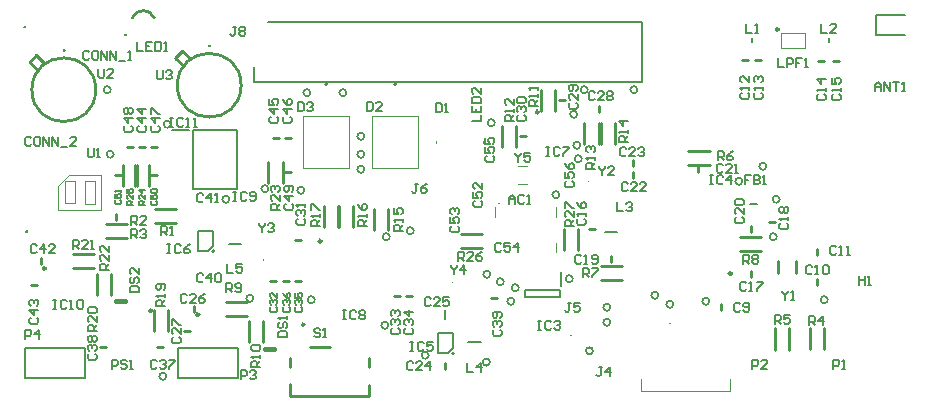
<source format=gto>
G04*
G04 #@! TF.GenerationSoftware,Altium Limited,Altium Designer,19.1.5 (86)*
G04*
G04 Layer_Color=65535*
%FSLAX44Y44*%
%MOMM*%
G71*
G01*
G75*
%ADD10C,0.1000*%
%ADD11C,0.2000*%
%ADD12C,0.2540*%
%ADD13C,0.2500*%
%ADD14C,0.1300*%
%ADD15C,0.1524*%
%ADD16C,0.4000*%
%ADD17C,0.1500*%
D10*
X387104Y229163D02*
G03*
X387104Y229163I-500J0D01*
G01*
X550680Y49470D02*
G03*
X549680Y49470I-500J0D01*
G01*
D02*
G03*
X550680Y49470I500J0D01*
G01*
X405990Y151060D02*
G03*
X404990Y151060I-500J0D01*
G01*
D02*
G03*
X405990Y151060I500J0D01*
G01*
X481760Y169560D02*
G03*
X480760Y169560I-500J0D01*
G01*
D02*
G03*
X481760Y169560I500J0D01*
G01*
X466590Y39370D02*
G03*
X465590Y39370I-500J0D01*
G01*
D02*
G03*
X466590Y39370I500J0D01*
G01*
X365610Y84430D02*
G03*
X365610Y85430I0J500D01*
G01*
D02*
G03*
X365610Y84430I0J-500D01*
G01*
X205663Y103997D02*
G03*
X205663Y102997I0J-500D01*
G01*
D02*
G03*
X205663Y103997I0J500D01*
G01*
X330940Y149090D02*
G03*
X330940Y148090I0J-500D01*
G01*
D02*
G03*
X330940Y149090I0J500D01*
G01*
X352110Y202395D02*
Y204101D01*
X392110Y202395D02*
Y204101D01*
X278580Y181200D02*
Y225200D01*
X239580Y181200D02*
X278580D01*
X239580D02*
Y225200D01*
X278580D01*
X298000D02*
X337000D01*
X298000Y181200D02*
Y225200D01*
Y181200D02*
X337000D01*
Y225200D01*
X643890Y283210D02*
Y295710D01*
Y283210D02*
X663890D01*
X643890Y295910D02*
X663890D01*
X664210Y283410D02*
Y295910D01*
X525680Y-7530D02*
Y2470D01*
Y-7530D02*
X600680D01*
Y2470D01*
X421450Y167760D02*
X429450D01*
X421450Y182760D02*
X429450D01*
X401990Y110060D02*
Y118060D01*
X453990Y110060D02*
Y118060D01*
Y140060D02*
Y148060D01*
X401990Y140060D02*
Y148060D01*
X68254Y146082D02*
X68254Y175082D01*
X68194Y175141D02*
X68254Y175082D01*
X41637Y175141D02*
X68194D01*
X32254Y165758D02*
X41637Y175141D01*
X32254Y146082D02*
Y165758D01*
Y146082D02*
X68254D01*
X63003Y170245D02*
X63003Y151253D01*
X62854Y170394D02*
X63003Y170245D01*
X54991Y170394D02*
X62854D01*
X54991Y151253D02*
Y170394D01*
Y151253D02*
X63003Y151253D01*
X38224Y151402D02*
X46237D01*
X38224D02*
X38224Y170542D01*
X46088Y170542D01*
X46237Y151402D02*
X46237Y170394D01*
D11*
X260080Y252200D02*
G03*
X258080Y252200I-1000J0D01*
G01*
D02*
G03*
X260080Y252200I1000J0D01*
G01*
X316500D02*
G03*
X318500Y252200I1000J0D01*
G01*
D02*
G03*
X316500Y252200I-1000J0D01*
G01*
X367490Y24480D02*
G03*
X367490Y24480I-1000J0D01*
G01*
X164480Y110840D02*
G03*
X164480Y110840I-1000J0D01*
G01*
X146651Y213410D02*
X183651D01*
Y163410D02*
Y213410D01*
X146651Y163410D02*
X183651D01*
X146651D02*
Y213410D01*
X128401Y213660D02*
X143151D01*
X684530Y288060D02*
Y291060D01*
X724660Y310510D02*
X748910D01*
X724660Y294010D02*
Y310510D01*
Y294010D02*
X748910D01*
X618030Y151130D02*
X624030D01*
X495130Y127000D02*
X505630D01*
X457960Y81430D02*
Y93430D01*
X427340Y77930D02*
X456580D01*
X427340Y71930D02*
Y77930D01*
Y71930D02*
X456580D01*
Y77930D01*
X353410Y24480D02*
X361950D01*
X353410D02*
Y41560D01*
X366490D01*
Y29020D02*
Y41560D01*
X361950Y24480D02*
X366490Y29020D01*
X379370Y34290D02*
X389870D01*
X176360Y116840D02*
X186860D01*
X133350Y3810D02*
Y29210D01*
X184150D01*
Y3810D02*
Y29210D01*
X133350Y3810D02*
X184150D01*
X150400Y110840D02*
X158940D01*
X150400D02*
Y127920D01*
X163480D01*
Y115380D02*
Y127920D01*
X158940Y110840D02*
X163480Y115380D01*
X197800Y254100D02*
Y266700D01*
Y254100D02*
X526100D01*
Y304670D01*
X209550D02*
X526100D01*
X619760Y288060D02*
Y291060D01*
X54610Y3810D02*
Y29210D01*
X3810Y3810D02*
X54610D01*
X3810D02*
Y29210D01*
X54610D01*
D12*
X37104Y280850D02*
G03*
X37104Y280850I-325J0D01*
G01*
X63830Y247650D02*
G03*
X63830Y247650I-27000J0D01*
G01*
X240443Y48667D02*
G03*
X240443Y48667I-1033J0D01*
G01*
X160294Y284660D02*
G03*
X160294Y284660I-325J0D01*
G01*
X187020Y251460D02*
G03*
X187020Y251460I-27000J0D01*
G01*
X88960Y293970D02*
G03*
X88960Y293970I-120J0D01*
G01*
X113368Y308576D02*
G03*
X94906Y308560I-9227J-3841D01*
G01*
X3830Y300870D02*
G03*
X3830Y300870I-500J0D01*
G01*
X5700Y127790D02*
G03*
X5700Y127790I-500J0D01*
G01*
X13690Y276990D02*
X20370Y270310D01*
X7820Y271120D02*
X13690Y276990D01*
X7820Y271120D02*
X15170Y263770D01*
X622300Y273048D02*
X627380D01*
X610870Y273052D02*
X615950D01*
X675640Y271778D02*
X680720D01*
X688340D02*
X693420D01*
X593092Y60960D02*
Y66040D01*
X651279Y27708D02*
Y45708D01*
X639279Y27708D02*
Y45708D01*
X680370Y27830D02*
Y45830D01*
X668370Y27830D02*
Y45830D01*
X618488Y127000D02*
Y132080D01*
X609490Y110840D02*
X627490D01*
X609490Y122840D02*
X627490D01*
X633730Y135892D02*
X638810D01*
X618488Y88900D02*
Y93980D01*
X674368Y82550D02*
Y87630D01*
X641470Y92790D02*
Y102790D01*
X656470Y92790D02*
Y102790D01*
X674368Y107950D02*
Y113030D01*
X574038Y177800D02*
Y182880D01*
X565675Y183865D02*
X583675D01*
X565675Y195865D02*
X583675D01*
X518714Y172720D02*
Y177800D01*
Y182880D02*
Y187960D01*
X503631Y201818D02*
Y219818D01*
X491631Y201818D02*
Y219818D01*
X490218Y228600D02*
Y233680D01*
X477661Y201818D02*
Y219818D01*
X489661Y201818D02*
Y219818D01*
X455930Y238760D02*
X461010D01*
X453040Y229762D02*
Y247762D01*
X441040Y229762D02*
Y247762D01*
X422910Y208282D02*
X427990D01*
X408020Y199280D02*
Y217280D01*
X420020Y199280D02*
Y217280D01*
X373270Y113380D02*
X391270D01*
X373270Y125380D02*
X391270D01*
X481330Y129542D02*
X486410D01*
X472090Y111650D02*
Y129650D01*
X460090Y111650D02*
Y129650D01*
X500382Y101600D02*
Y106680D01*
X491380Y86710D02*
X509380D01*
X491380Y98710D02*
X509380D01*
X398780Y71122D02*
X403860D01*
X359412Y11430D02*
Y16510D01*
X326267Y73274D02*
X331347D01*
X316107Y73277D02*
X321187D01*
X299373Y128857D02*
Y146857D01*
X311373Y128857D02*
Y146857D01*
X269848Y131397D02*
Y149397D01*
X281848Y131397D02*
Y149397D01*
X269148Y131397D02*
Y149397D01*
X257148Y131397D02*
Y149397D01*
X232410Y120652D02*
X237490D01*
X232983Y85785D02*
X238063D01*
X222823D02*
X227903D01*
X211393Y85788D02*
X216473D01*
X295120Y12510D02*
Y20510D01*
X228120Y12510D02*
Y20510D01*
X245620Y29510D02*
X262620D01*
X228120Y-11490D02*
Y-1837D01*
X295120Y-11490D02*
Y-2133D01*
X228120Y-11490D02*
X295120D01*
X193390Y34180D02*
Y52180D01*
X205390Y34180D02*
Y52180D01*
X147322Y59690D02*
Y64770D01*
X138430Y43178D02*
X143510D01*
X113380Y43070D02*
Y61070D01*
X125380Y43070D02*
Y61070D01*
X115980Y29738D02*
X121060D01*
X67720D02*
X72800D01*
X65120Y73550D02*
Y91550D01*
X77120Y73550D02*
Y91550D01*
X44340Y96870D02*
X62340D01*
X44340Y108870D02*
X62340D01*
X8890Y82548D02*
X13970D01*
X17782Y100330D02*
Y105410D01*
X110711Y175262D02*
X115791D01*
X97091Y166260D02*
Y184260D01*
X109091Y166260D02*
Y184260D01*
X98931Y166260D02*
Y184260D01*
X86931Y166260D02*
Y184260D01*
X80231Y175258D02*
X85311D01*
X114190Y146970D02*
X132190D01*
X114190Y134970D02*
X132190D01*
X72280Y134270D02*
X90280D01*
X72280Y122270D02*
X90280D01*
X81282Y137160D02*
Y142240D01*
X110711Y199388D02*
X115791D01*
X100551D02*
X105631D01*
X90391Y199392D02*
X95471D01*
X223741Y177798D02*
X228821D01*
X210121Y168800D02*
Y186800D01*
X222121Y168800D02*
Y186800D01*
X223741Y207008D02*
X228821D01*
X213581Y207012D02*
X218661D01*
X136880Y280800D02*
X143560Y274120D01*
X131010Y274930D02*
X136880Y280800D01*
X131010Y274930D02*
X138360Y267580D01*
X173880Y56230D02*
X191880D01*
X173880Y68230D02*
X191880D01*
D13*
X642300Y298810D02*
G03*
X642300Y298810I-1250J0D01*
G01*
X602400Y91960D02*
G03*
X602400Y91960I-1250J0D01*
G01*
X439030Y228750D02*
G03*
X439030Y228750I-1250J0D01*
G01*
X255131Y119500D02*
G03*
X255131Y119500I-1250J0D01*
G01*
X151400Y57300D02*
G03*
X151400Y57300I-1250J0D01*
G01*
X111730Y60660D02*
G03*
X111730Y60660I-1250J0D01*
G01*
X21620Y96550D02*
G03*
X21620Y96550I-1250J0D01*
G01*
D14*
X76660Y247650D02*
G03*
X76660Y247650I-3000J0D01*
G01*
X123650Y5080D02*
G03*
X123650Y5080I-3000J0D01*
G01*
X210010Y163830D02*
G03*
X210010Y163830I-3000J0D01*
G01*
X249380Y69850D02*
G03*
X249380Y69850I-3000J0D01*
G01*
X291290Y208280D02*
G03*
X291290Y208280I-3000J0D01*
G01*
X397970Y91440D02*
G03*
X397970Y91440I-3000J0D01*
G01*
X276050Y245110D02*
G03*
X276050Y245110I-3000J0D01*
G01*
X345900Y22860D02*
G03*
X345900Y22860I-3000J0D01*
G01*
X79200Y193040D02*
G03*
X79200Y193040I-3000J0D01*
G01*
X127460Y218440D02*
G03*
X127460Y218440I-3000J0D01*
G01*
X475440Y189230D02*
G03*
X475440Y189230I-3000J0D01*
G01*
X456390Y158750D02*
G03*
X456390Y158750I-3000J0D01*
G01*
X197310Y71120D02*
G03*
X197310Y71120I-3000J0D01*
G01*
X176990Y154940D02*
G03*
X176990Y154940I-3000J0D01*
G01*
X311610Y48260D02*
G03*
X311610Y48260I-3000J0D01*
G01*
X240490Y162560D02*
G03*
X240490Y162560I-3000J0D01*
G01*
X397620Y17040D02*
G03*
X397620Y17040I-3000J0D01*
G01*
X312880Y123190D02*
G03*
X312880Y123190I-3000J0D01*
G01*
X333200Y128270D02*
G03*
X333200Y128270I-3000J0D01*
G01*
X291290Y193040D02*
G03*
X291290Y193040I-3000J0D01*
G01*
Y180340D02*
G03*
X291290Y180340I-3000J0D01*
G01*
X471579Y226845D02*
G03*
X471579Y226845I-3000J0D01*
G01*
X401780Y219710D02*
G03*
X401780Y219710I-3000J0D01*
G01*
X611330Y170180D02*
G03*
X611330Y170180I-3000J0D01*
G01*
X474170Y200660D02*
G03*
X474170Y200660I-3000J0D01*
G01*
X480520Y247650D02*
G03*
X480520Y247650I-3000J0D01*
G01*
X499570Y63500D02*
G03*
X499570Y63500I-3000J0D01*
G01*
Y50800D02*
G03*
X499570Y50800I-3000J0D01*
G01*
X631650Y182880D02*
G03*
X631650Y182880I-3000J0D01*
G01*
X409400Y85090D02*
G03*
X409400Y85090I-3000J0D01*
G01*
X522430Y247650D02*
G03*
X522430Y247650I-3000J0D01*
G01*
X245570Y245110D02*
G03*
X245570Y245110I-3000J0D01*
G01*
X540210Y73660D02*
G03*
X540210Y73660I-3000J0D01*
G01*
X552910Y66040D02*
G03*
X552910Y66040I-3000J0D01*
G01*
X583390Y68580D02*
G03*
X583390Y68580I-3000J0D01*
G01*
X683720Y69850D02*
G03*
X683720Y69850I-3000J0D01*
G01*
X640540Y123190D02*
G03*
X640540Y123190I-3000J0D01*
G01*
X643080Y154940D02*
G03*
X643080Y154940I-3000J0D01*
G01*
X484930Y26670D02*
G03*
X484930Y26670I-3000J0D01*
G01*
X467820Y87630D02*
G03*
X467820Y87630I-3000J0D01*
G01*
X422100Y80010D02*
G03*
X422100Y80010I-3000J0D01*
G01*
X418290Y68580D02*
G03*
X418290Y68580I-3000J0D01*
G01*
D15*
X359219Y53150D02*
Y61149D01*
X119380Y124460D02*
Y132078D01*
X123189D01*
X124458Y130808D01*
Y128269D01*
X123189Y126999D01*
X119380D01*
X121919D02*
X124458Y124460D01*
X126997D02*
X129537D01*
X128267D01*
Y132078D01*
X126997Y130808D01*
X382272Y221447D02*
X389890D01*
Y226526D01*
X382272Y234143D02*
Y229065D01*
X389890D01*
Y234143D01*
X386081Y229065D02*
Y231604D01*
X382272Y236682D02*
X389890D01*
Y240491D01*
X388620Y241761D01*
X383542D01*
X382272Y240491D01*
Y236682D01*
X389890Y249378D02*
Y244300D01*
X384812Y249378D01*
X383542D01*
X382272Y248109D01*
Y245570D01*
X383542Y244300D01*
X99060Y288288D02*
Y280670D01*
X104138D01*
X111756Y288288D02*
X106678D01*
Y280670D01*
X111756D01*
X106678Y284479D02*
X109217D01*
X114295Y288288D02*
Y280670D01*
X118104D01*
X119373Y281940D01*
Y287018D01*
X118104Y288288D01*
X114295D01*
X121913Y280670D02*
X124452D01*
X123182D01*
Y288288D01*
X121913Y287018D01*
X182746Y301119D02*
X180207D01*
X181477D01*
Y294772D01*
X180207Y293502D01*
X178938D01*
X177668Y294772D01*
X185286Y299850D02*
X186555Y301119D01*
X189094D01*
X190364Y299850D01*
Y298580D01*
X189094Y297311D01*
X190364Y296041D01*
Y294772D01*
X189094Y293502D01*
X186555D01*
X185286Y294772D01*
Y296041D01*
X186555Y297311D01*
X185286Y298580D01*
Y299850D01*
X186555Y297311D02*
X189094D01*
X378460Y16508D02*
Y8890D01*
X383538D01*
X389886D02*
Y16508D01*
X386077Y12699D01*
X391156D01*
X175260Y100328D02*
Y92710D01*
X180338D01*
X187956Y100328D02*
X182878D01*
Y96519D01*
X185417Y97788D01*
X186686D01*
X187956Y96519D01*
Y93980D01*
X186686Y92710D01*
X184147D01*
X182878Y93980D01*
X154938Y158748D02*
X153669Y160018D01*
X151130D01*
X149860Y158748D01*
Y153670D01*
X151130Y152400D01*
X153669D01*
X154938Y153670D01*
X161286Y152400D02*
Y160018D01*
X157478Y156209D01*
X162556D01*
X165095Y152400D02*
X167634D01*
X166365D01*
Y160018D01*
X165095Y158748D01*
X155133Y90850D02*
X153864Y92120D01*
X151325D01*
X150055Y90850D01*
Y85772D01*
X151325Y84502D01*
X153864D01*
X155133Y85772D01*
X161481Y84502D02*
Y92120D01*
X157673Y88311D01*
X162751D01*
X165290Y90850D02*
X166560Y92120D01*
X169099D01*
X170369Y90850D01*
Y85772D01*
X169099Y84502D01*
X166560D01*
X165290Y85772D01*
Y90850D01*
X77470Y11430D02*
Y19047D01*
X81279D01*
X82548Y17778D01*
Y15239D01*
X81279Y13969D01*
X77470D01*
X90166Y17778D02*
X88896Y19047D01*
X86357D01*
X85087Y17778D01*
Y16508D01*
X86357Y15239D01*
X88896D01*
X90166Y13969D01*
Y12700D01*
X88896Y11430D01*
X86357D01*
X85087Y12700D01*
X92705Y11430D02*
X95244D01*
X93975D01*
Y19047D01*
X92705Y17778D01*
X27940Y69847D02*
X30479D01*
X29210D01*
Y62230D01*
X27940D01*
X30479D01*
X39366Y68578D02*
X38097Y69847D01*
X35557D01*
X34288Y68578D01*
Y63500D01*
X35557Y62230D01*
X38097D01*
X39366Y63500D01*
X41905Y62230D02*
X44445D01*
X43175D01*
Y69847D01*
X41905Y68578D01*
X48253D02*
X49523Y69847D01*
X52062D01*
X53332Y68578D01*
Y63500D01*
X52062Y62230D01*
X49523D01*
X48253Y63500D01*
Y68578D01*
X180340Y161287D02*
X182879D01*
X181610D01*
Y153670D01*
X180340D01*
X182879D01*
X191766Y160018D02*
X190497Y161287D01*
X187957D01*
X186688Y160018D01*
Y154940D01*
X187957Y153670D01*
X190497D01*
X191766Y154940D01*
X194305D02*
X195575Y153670D01*
X198114D01*
X199384Y154940D01*
Y160018D01*
X198114Y161287D01*
X195575D01*
X194305Y160018D01*
Y158748D01*
X195575Y157479D01*
X199384D01*
X124460Y116838D02*
X126999D01*
X125730D01*
Y109220D01*
X124460D01*
X126999D01*
X135886Y115568D02*
X134617Y116838D01*
X132078D01*
X130808Y115568D01*
Y110490D01*
X132078Y109220D01*
X134617D01*
X135886Y110490D01*
X143504Y116838D02*
X140965Y115568D01*
X138426Y113029D01*
Y110490D01*
X139695Y109220D01*
X142234D01*
X143504Y110490D01*
Y111759D01*
X142234Y113029D01*
X138426D01*
X330200Y34288D02*
X332739D01*
X331470D01*
Y26670D01*
X330200D01*
X332739D01*
X341626Y33018D02*
X340357Y34288D01*
X337817D01*
X336548Y33018D01*
Y27940D01*
X337817Y26670D01*
X340357D01*
X341626Y27940D01*
X349244Y34288D02*
X344165D01*
Y30479D01*
X346705Y31748D01*
X347974D01*
X349244Y30479D01*
Y27940D01*
X347974Y26670D01*
X345435D01*
X344165Y27940D01*
X351790Y236217D02*
Y228600D01*
X355599D01*
X356868Y229870D01*
Y234948D01*
X355599Y236217D01*
X351790D01*
X359408Y228600D02*
X361947D01*
X360677D01*
Y236217D01*
X359408Y234948D01*
X419100Y194307D02*
Y193038D01*
X421639Y190499D01*
X424178Y193038D01*
Y194307D01*
X421639Y190499D02*
Y186690D01*
X431796Y194307D02*
X426717D01*
Y190499D01*
X429257Y191768D01*
X430526D01*
X431796Y190499D01*
Y187960D01*
X430526Y186690D01*
X427987D01*
X426717Y187960D01*
X414020Y151130D02*
Y156208D01*
X416559Y158748D01*
X419098Y156208D01*
Y151130D01*
Y154939D01*
X414020D01*
X426716Y157478D02*
X425446Y158748D01*
X422907D01*
X421637Y157478D01*
Y152400D01*
X422907Y151130D01*
X425446D01*
X426716Y152400D01*
X429255Y151130D02*
X431794D01*
X430525D01*
Y158748D01*
X429255Y157478D01*
X57150Y198118D02*
Y191770D01*
X58420Y190500D01*
X60959D01*
X62228Y191770D01*
Y198118D01*
X64767Y190500D02*
X67307D01*
X66037D01*
Y198118D01*
X64767Y196848D01*
X93980Y121920D02*
Y129537D01*
X97789D01*
X99058Y128268D01*
Y125729D01*
X97789Y124459D01*
X93980D01*
X96519D02*
X99058Y121920D01*
X101597Y128268D02*
X102867Y129537D01*
X105406D01*
X106676Y128268D01*
Y126998D01*
X105406Y125729D01*
X104137D01*
X105406D01*
X106676Y124459D01*
Y123190D01*
X105406Y121920D01*
X102867D01*
X101597Y123190D01*
X93980Y133350D02*
Y140968D01*
X97789D01*
X99058Y139698D01*
Y137159D01*
X97789Y135889D01*
X93980D01*
X96519D02*
X99058Y133350D01*
X106676D02*
X101597D01*
X106676Y138428D01*
Y139698D01*
X105406Y140968D01*
X102867D01*
X101597Y139698D01*
X445376Y199363D02*
X447915D01*
X446645D01*
Y191745D01*
X445376D01*
X447915D01*
X456802Y198093D02*
X455532Y199363D01*
X452993D01*
X451724Y198093D01*
Y193015D01*
X452993Y191745D01*
X455532D01*
X456802Y193015D01*
X459341Y199363D02*
X464419D01*
Y198093D01*
X459341Y193015D01*
Y191745D01*
X641350Y274317D02*
Y266700D01*
X646428D01*
X648968D02*
Y274317D01*
X652776D01*
X654046Y273048D01*
Y270509D01*
X652776Y269239D01*
X648968D01*
X661663Y274317D02*
X656585D01*
Y270509D01*
X659124D01*
X656585D01*
Y266700D01*
X664203D02*
X666742D01*
X665472D01*
Y274317D01*
X664203Y273048D01*
X201930Y134618D02*
Y133348D01*
X204469Y130809D01*
X207008Y133348D01*
Y134618D01*
X204469Y130809D02*
Y127000D01*
X209548Y133348D02*
X210817Y134618D01*
X213356D01*
X214626Y133348D01*
Y132078D01*
X213356Y130809D01*
X212087D01*
X213356D01*
X214626Y129539D01*
Y128270D01*
X213356Y127000D01*
X210817D01*
X209548Y128270D01*
X490220Y182878D02*
Y181608D01*
X492759Y179069D01*
X495298Y181608D01*
Y182878D01*
X492759Y179069D02*
Y175260D01*
X502916D02*
X497837D01*
X502916Y180338D01*
Y181608D01*
X501646Y182878D01*
X499107D01*
X497837Y181608D01*
X645160Y77467D02*
Y76198D01*
X647699Y73659D01*
X650238Y76198D01*
Y77467D01*
X647699Y73659D02*
Y69850D01*
X652777D02*
X655317D01*
X654047D01*
Y77467D01*
X652777Y76198D01*
X364490Y99058D02*
Y97788D01*
X367029Y95249D01*
X369568Y97788D01*
Y99058D01*
X367029Y95249D02*
Y91440D01*
X375916D02*
Y99058D01*
X372108Y95249D01*
X377186D01*
X66040Y265427D02*
Y259080D01*
X67310Y257810D01*
X69849D01*
X71118Y259080D01*
Y265427D01*
X78736Y257810D02*
X73657D01*
X78736Y262888D01*
Y264158D01*
X77466Y265427D01*
X74927D01*
X73657Y264158D01*
X115570Y264158D02*
Y257810D01*
X116840Y256540D01*
X119379D01*
X120648Y257810D01*
Y264158D01*
X123188Y262888D02*
X124457Y264158D01*
X126996D01*
X128266Y262888D01*
Y261618D01*
X126996Y260349D01*
X125727D01*
X126996D01*
X128266Y259079D01*
Y257810D01*
X126996Y256540D01*
X124457D01*
X123188Y257810D01*
X253998Y44448D02*
X252729Y45718D01*
X250190D01*
X248920Y44448D01*
Y43178D01*
X250190Y41909D01*
X252729D01*
X253998Y40639D01*
Y39370D01*
X252729Y38100D01*
X250190D01*
X248920Y39370D01*
X256537Y38100D02*
X259077D01*
X257807D01*
Y45718D01*
X256537Y44448D01*
X254000Y132080D02*
X246383D01*
Y135889D01*
X247652Y137158D01*
X250191D01*
X251461Y135889D01*
Y132080D01*
Y134619D02*
X254000Y137158D01*
Y139698D02*
Y142237D01*
Y140967D01*
X246383D01*
X247652Y139698D01*
X246383Y146046D02*
Y151124D01*
X247652D01*
X252730Y146046D01*
X254000D01*
X293370Y132080D02*
X285753D01*
Y135889D01*
X287022Y137158D01*
X289561D01*
X290831Y135889D01*
Y132080D01*
Y134619D02*
X293370Y137158D01*
Y139698D02*
Y142237D01*
Y140967D01*
X285753D01*
X287022Y139698D01*
X285753Y151124D02*
X287022Y148585D01*
X289561Y146046D01*
X292100D01*
X293370Y147315D01*
Y149854D01*
X292100Y151124D01*
X290831D01*
X289561Y149854D01*
Y146046D01*
X514350Y203200D02*
X506732D01*
Y207009D01*
X508002Y208278D01*
X510541D01*
X511811Y207009D01*
Y203200D01*
Y205739D02*
X514350Y208278D01*
Y210818D02*
Y213357D01*
Y212087D01*
X506732D01*
X508002Y210818D01*
X514350Y220974D02*
X506732D01*
X510541Y217166D01*
Y222244D01*
X323850Y128270D02*
X316232D01*
Y132079D01*
X317502Y133348D01*
X320041D01*
X321311Y132079D01*
Y128270D01*
Y130809D02*
X323850Y133348D01*
Y135887D02*
Y138427D01*
Y137157D01*
X316232D01*
X317502Y135887D01*
X316232Y147314D02*
Y142235D01*
X320041D01*
X318772Y144775D01*
Y146044D01*
X320041Y147314D01*
X322580D01*
X323850Y146044D01*
Y143505D01*
X322580Y142235D01*
X486932Y180862D02*
X479314D01*
Y184671D01*
X480584Y185940D01*
X483123D01*
X484393Y184671D01*
Y180862D01*
Y183401D02*
X486932Y185940D01*
Y188480D02*
Y191019D01*
Y189749D01*
X479314D01*
X480584Y188480D01*
Y194827D02*
X479314Y196097D01*
Y198636D01*
X480584Y199906D01*
X481854D01*
X483123Y198636D01*
Y197367D01*
Y198636D01*
X484393Y199906D01*
X485662D01*
X486932Y198636D01*
Y196097D01*
X485662Y194827D01*
X468630Y132080D02*
X461012D01*
Y135889D01*
X462282Y137158D01*
X464821D01*
X466091Y135889D01*
Y132080D01*
Y134619D02*
X468630Y137158D01*
Y144776D02*
Y139698D01*
X463552Y144776D01*
X462282D01*
X461012Y143506D01*
Y140967D01*
X462282Y139698D01*
X461012Y147315D02*
Y152393D01*
X462282D01*
X467360Y147315D01*
X468630D01*
X417830Y220980D02*
X410213D01*
Y224789D01*
X411482Y226058D01*
X414021D01*
X415291Y224789D01*
Y220980D01*
Y223519D02*
X417830Y226058D01*
Y228598D02*
Y231137D01*
Y229867D01*
X410213D01*
X411482Y228598D01*
X417830Y240024D02*
Y234946D01*
X412752Y240024D01*
X411482D01*
X410213Y238754D01*
Y236215D01*
X411482Y234946D01*
X370840Y102870D02*
Y110487D01*
X374649D01*
X375918Y109218D01*
Y106679D01*
X374649Y105409D01*
X370840D01*
X373379D02*
X375918Y102870D01*
X383536D02*
X378457D01*
X383536Y107948D01*
Y109218D01*
X382266Y110487D01*
X379727D01*
X378457Y109218D01*
X391153Y110487D02*
X388614Y109218D01*
X386075Y106679D01*
Y104140D01*
X387345Y102870D01*
X389884D01*
X391153Y104140D01*
Y105409D01*
X389884Y106679D01*
X386075D01*
X438150Y233680D02*
X430532D01*
Y237489D01*
X431802Y238758D01*
X434341D01*
X435611Y237489D01*
Y233680D01*
Y236219D02*
X438150Y238758D01*
Y241297D02*
Y243837D01*
Y242567D01*
X430532D01*
X431802Y241297D01*
X438150Y247645D02*
Y250185D01*
Y248915D01*
X430532D01*
X431802Y247645D01*
X203200Y12700D02*
X195583D01*
Y16509D01*
X196852Y17778D01*
X199391D01*
X200661Y16509D01*
Y12700D01*
Y15239D02*
X203200Y17778D01*
Y20317D02*
Y22857D01*
Y21587D01*
X195583D01*
X196852Y20317D01*
Y26665D02*
X195583Y27935D01*
Y30474D01*
X196852Y31744D01*
X201930D01*
X203200Y30474D01*
Y27935D01*
X201930Y26665D01*
X196852D01*
X174244Y76200D02*
Y83818D01*
X178053D01*
X179322Y82548D01*
Y80009D01*
X178053Y78739D01*
X174244D01*
X176783D02*
X179322Y76200D01*
X181861Y77470D02*
X183131Y76200D01*
X185670D01*
X186940Y77470D01*
Y82548D01*
X185670Y83818D01*
X183131D01*
X181861Y82548D01*
Y81278D01*
X183131Y80009D01*
X186940D01*
X219710Y146050D02*
X212092D01*
Y149859D01*
X213362Y151128D01*
X215901D01*
X217171Y149859D01*
Y146050D01*
Y148589D02*
X219710Y151128D01*
Y158746D02*
Y153667D01*
X214632Y158746D01*
X213362D01*
X212092Y157476D01*
Y154937D01*
X213362Y153667D01*
Y161285D02*
X212092Y162555D01*
Y165094D01*
X213362Y166363D01*
X214632D01*
X215901Y165094D01*
Y163824D01*
Y165094D01*
X217171Y166363D01*
X218440D01*
X219710Y165094D01*
Y162555D01*
X218440Y161285D01*
X612140Y100330D02*
Y107948D01*
X615949D01*
X617218Y106678D01*
Y104139D01*
X615949Y102869D01*
X612140D01*
X614679D02*
X617218Y100330D01*
X619757Y106678D02*
X621027Y107948D01*
X623566D01*
X624836Y106678D01*
Y105408D01*
X623566Y104139D01*
X624836Y102869D01*
Y101600D01*
X623566Y100330D01*
X621027D01*
X619757Y101600D01*
Y102869D01*
X621027Y104139D01*
X619757Y105408D01*
Y106678D01*
X621027Y104139D02*
X623566D01*
X74930Y95250D02*
X67312D01*
Y99059D01*
X68582Y100328D01*
X71121D01*
X72391Y99059D01*
Y95250D01*
Y97789D02*
X74930Y100328D01*
Y107946D02*
Y102867D01*
X69852Y107946D01*
X68582D01*
X67312Y106676D01*
Y104137D01*
X68582Y102867D01*
X74930Y115563D02*
Y110485D01*
X69852Y115563D01*
X68582D01*
X67312Y114294D01*
Y111755D01*
X68582Y110485D01*
X476250Y88900D02*
Y96517D01*
X480059D01*
X481328Y95248D01*
Y92709D01*
X480059Y91439D01*
X476250D01*
X478789D02*
X481328Y88900D01*
X483867Y96517D02*
X488946D01*
Y95248D01*
X483867Y90170D01*
Y88900D01*
X44450Y113030D02*
Y120647D01*
X48259D01*
X49528Y119378D01*
Y116839D01*
X48259Y115569D01*
X44450D01*
X46989D02*
X49528Y113030D01*
X57146D02*
X52067D01*
X57146Y118108D01*
Y119378D01*
X55876Y120647D01*
X53337D01*
X52067Y119378D01*
X59685Y113030D02*
X62224D01*
X60955D01*
Y120647D01*
X59685Y119378D01*
X590550Y187960D02*
Y195578D01*
X594359D01*
X595628Y194308D01*
Y191769D01*
X594359Y190499D01*
X590550D01*
X593089D02*
X595628Y187960D01*
X603246Y195578D02*
X600707Y194308D01*
X598167Y191769D01*
Y189230D01*
X599437Y187960D01*
X601976D01*
X603246Y189230D01*
Y190499D01*
X601976Y191769D01*
X598167D01*
X64770Y43180D02*
X57153D01*
Y46989D01*
X58422Y48258D01*
X60961D01*
X62231Y46989D01*
Y43180D01*
Y45719D02*
X64770Y48258D01*
Y55876D02*
Y50798D01*
X59692Y55876D01*
X58422D01*
X57153Y54606D01*
Y52067D01*
X58422Y50798D01*
Y58415D02*
X57153Y59685D01*
Y62224D01*
X58422Y63493D01*
X63500D01*
X64770Y62224D01*
Y59685D01*
X63500Y58415D01*
X58422D01*
X638810Y49530D02*
Y57147D01*
X642619D01*
X643888Y55878D01*
Y53339D01*
X642619Y52069D01*
X638810D01*
X641349D02*
X643888Y49530D01*
X651506Y57147D02*
X646428D01*
Y53339D01*
X648967Y54608D01*
X650236D01*
X651506Y53339D01*
Y50800D01*
X650236Y49530D01*
X647697D01*
X646428Y50800D01*
X122780Y64240D02*
X115162D01*
Y68049D01*
X116432Y69318D01*
X118971D01*
X120241Y68049D01*
Y64240D01*
Y66779D02*
X122780Y69318D01*
Y71858D02*
Y74397D01*
Y73127D01*
X115162D01*
X116432Y71858D01*
X121510Y78205D02*
X122780Y79475D01*
Y82014D01*
X121510Y83284D01*
X116432D01*
X115162Y82014D01*
Y79475D01*
X116432Y78205D01*
X117702D01*
X118971Y79475D01*
Y83284D01*
X667901Y48382D02*
Y55999D01*
X671710D01*
X672980Y54730D01*
Y52191D01*
X671710Y50921D01*
X667901D01*
X670441D02*
X672980Y48382D01*
X679328D02*
Y55999D01*
X675519Y52191D01*
X680597D01*
X186690Y2540D02*
Y10158D01*
X190499D01*
X191768Y8888D01*
Y6349D01*
X190499Y5079D01*
X186690D01*
X194307Y8888D02*
X195577Y10158D01*
X198116D01*
X199386Y8888D01*
Y7618D01*
X198116Y6349D01*
X196847D01*
X198116D01*
X199386Y5079D01*
Y3810D01*
X198116Y2540D01*
X195577D01*
X194307Y3810D01*
X619760Y11430D02*
Y19047D01*
X623569D01*
X624838Y17778D01*
Y15239D01*
X623569Y13969D01*
X619760D01*
X632456Y11430D02*
X627378D01*
X632456Y16508D01*
Y17778D01*
X631186Y19047D01*
X628647D01*
X627378Y17778D01*
X688340Y11430D02*
Y19047D01*
X692149D01*
X693418Y17778D01*
Y15239D01*
X692149Y13969D01*
X688340D01*
X695957Y11430D02*
X698497D01*
X697227D01*
Y19047D01*
X695957Y17778D01*
X4318Y36830D02*
Y44447D01*
X8127D01*
X9396Y43178D01*
Y40639D01*
X8127Y39369D01*
X4318D01*
X15744Y36830D02*
Y44447D01*
X11935Y40639D01*
X17014D01*
X505460Y152397D02*
Y144780D01*
X510538D01*
X513078Y151128D02*
X514347Y152397D01*
X516886D01*
X518156Y151128D01*
Y149858D01*
X516886Y148589D01*
X515617D01*
X516886D01*
X518156Y147319D01*
Y146050D01*
X516886Y144780D01*
X514347D01*
X513078Y146050D01*
X678180Y303528D02*
Y295910D01*
X683258D01*
X690876D02*
X685798D01*
X690876Y300988D01*
Y302258D01*
X689606Y303528D01*
X687067D01*
X685798Y302258D01*
X614680Y303528D02*
Y295910D01*
X619758D01*
X622298D02*
X624837D01*
X623567D01*
Y303528D01*
X622298Y302258D01*
X466088Y67308D02*
X463549D01*
X464819D01*
Y60960D01*
X463549Y59690D01*
X462280D01*
X461010Y60960D01*
X473706Y67308D02*
X468628D01*
Y63499D01*
X471167Y64768D01*
X472436D01*
X473706Y63499D01*
Y60960D01*
X472436Y59690D01*
X469897D01*
X468628Y60960D01*
X492758Y12697D02*
X490219D01*
X491489D01*
Y6350D01*
X490219Y5080D01*
X488950D01*
X487680Y6350D01*
X499106Y5080D02*
Y12697D01*
X495298Y8889D01*
X500376D01*
X336526Y167892D02*
X333987D01*
X335257D01*
Y161544D01*
X333987Y160274D01*
X332718D01*
X331448Y161544D01*
X344144Y167892D02*
X341605Y166622D01*
X339066Y164083D01*
Y161544D01*
X340335Y160274D01*
X342874D01*
X344144Y161544D01*
Y162813D01*
X342874Y164083D01*
X339066D01*
X273050Y60957D02*
X275589D01*
X274320D01*
Y53340D01*
X273050D01*
X275589D01*
X284476Y59688D02*
X283207Y60957D01*
X280667D01*
X279398Y59688D01*
Y54610D01*
X280667Y53340D01*
X283207D01*
X284476Y54610D01*
X287015Y59688D02*
X288285Y60957D01*
X290824D01*
X292094Y59688D01*
Y58418D01*
X290824Y57149D01*
X292094Y55879D01*
Y54610D01*
X290824Y53340D01*
X288285D01*
X287015Y54610D01*
Y55879D01*
X288285Y57149D01*
X287015Y58418D01*
Y59688D01*
X288285Y57149D02*
X290824D01*
X126669Y224028D02*
X129208D01*
X127938D01*
Y216410D01*
X126669D01*
X129208D01*
X138095Y222758D02*
X136826Y224028D01*
X134286D01*
X133017Y222758D01*
Y217680D01*
X134286Y216410D01*
X136826D01*
X138095Y217680D01*
X140634Y216410D02*
X143174D01*
X141904D01*
Y224028D01*
X140634Y222758D01*
X146982Y216410D02*
X149522D01*
X148252D01*
Y224028D01*
X146982Y222758D01*
X583686Y175143D02*
X586225D01*
X584956D01*
Y167525D01*
X583686D01*
X586225D01*
X595112Y173873D02*
X593843Y175143D01*
X591303D01*
X590034Y173873D01*
Y168795D01*
X591303Y167525D01*
X593843D01*
X595112Y168795D01*
X601460Y167525D02*
Y175143D01*
X597651Y171334D01*
X602730D01*
X438150Y52067D02*
X440689D01*
X439420D01*
Y44450D01*
X438150D01*
X440689D01*
X449576Y50798D02*
X448307Y52067D01*
X445768D01*
X444498Y50798D01*
Y45720D01*
X445768Y44450D01*
X448307D01*
X449576Y45720D01*
X452116Y50798D02*
X453385Y52067D01*
X455924D01*
X457194Y50798D01*
Y49528D01*
X455924Y48259D01*
X454655D01*
X455924D01*
X457194Y46989D01*
Y45720D01*
X455924Y44450D01*
X453385D01*
X452116Y45720D01*
X709930Y90168D02*
Y82550D01*
Y86359D01*
X715008D01*
Y90168D01*
Y82550D01*
X717548D02*
X720087D01*
X718817D01*
Y90168D01*
X717548Y88898D01*
X618488Y175257D02*
X613410D01*
Y171449D01*
X615949D01*
X613410D01*
Y167640D01*
X621027Y175257D02*
Y167640D01*
X624836D01*
X626106Y168910D01*
Y170179D01*
X624836Y171449D01*
X621027D01*
X624836D01*
X626106Y172718D01*
Y173988D01*
X624836Y175257D01*
X621027D01*
X628645Y167640D02*
X631184D01*
X629915D01*
Y175257D01*
X628645Y173988D01*
X218442Y38100D02*
X226060D01*
Y41909D01*
X224790Y43178D01*
X219712D01*
X218442Y41909D01*
Y38100D01*
X219712Y50796D02*
X218442Y49526D01*
Y46987D01*
X219712Y45718D01*
X220982D01*
X222251Y46987D01*
Y49526D01*
X223521Y50796D01*
X224790D01*
X226060Y49526D01*
Y46987D01*
X224790Y45718D01*
X226060Y53335D02*
Y55874D01*
Y54605D01*
X218442D01*
X219712Y53335D01*
X92712Y76200D02*
X100330D01*
Y80009D01*
X99060Y81278D01*
X93982D01*
X92712Y80009D01*
Y76200D01*
X93982Y88896D02*
X92712Y87626D01*
Y85087D01*
X93982Y83818D01*
X95252D01*
X96521Y85087D01*
Y87626D01*
X97791Y88896D01*
X99060D01*
X100330Y87626D01*
Y85087D01*
X99060Y83818D01*
X100330Y96513D02*
Y91435D01*
X95252Y96513D01*
X93982D01*
X92712Y95244D01*
Y92705D01*
X93982Y91435D01*
X293370Y237488D02*
Y229870D01*
X297179D01*
X298448Y231140D01*
Y236218D01*
X297179Y237488D01*
X293370D01*
X306066Y229870D02*
X300987D01*
X306066Y234948D01*
Y236218D01*
X304796Y237488D01*
X302257D01*
X300987Y236218D01*
X234862Y236939D02*
Y229322D01*
X238671D01*
X239940Y230591D01*
Y235670D01*
X238671Y236939D01*
X234862D01*
X242479Y235670D02*
X243749Y236939D01*
X246288D01*
X247558Y235670D01*
Y234400D01*
X246288Y233130D01*
X245019D01*
X246288D01*
X247558Y231861D01*
Y230591D01*
X246288Y229322D01*
X243749D01*
X242479Y230591D01*
X9269Y206627D02*
X8000Y207896D01*
X5461D01*
X4191Y206627D01*
Y201549D01*
X5461Y200279D01*
X8000D01*
X9269Y201549D01*
X15617Y207896D02*
X13078D01*
X11809Y206627D01*
Y201549D01*
X13078Y200279D01*
X15617D01*
X16887Y201549D01*
Y206627D01*
X15617Y207896D01*
X19426Y200279D02*
Y207896D01*
X24504Y200279D01*
Y207896D01*
X27044Y200279D02*
Y207896D01*
X32122Y200279D01*
Y207896D01*
X34661Y199009D02*
X39739D01*
X47357Y200279D02*
X42279D01*
X47357Y205357D01*
Y206627D01*
X46087Y207896D01*
X43548D01*
X42279Y206627D01*
X58418Y279398D02*
X57149Y280667D01*
X54610D01*
X53340Y279398D01*
Y274320D01*
X54610Y273050D01*
X57149D01*
X58418Y274320D01*
X64766Y280667D02*
X62227D01*
X60957Y279398D01*
Y274320D01*
X62227Y273050D01*
X64766D01*
X66036Y274320D01*
Y279398D01*
X64766Y280667D01*
X68575Y273050D02*
Y280667D01*
X73653Y273050D01*
Y280667D01*
X76193Y273050D02*
Y280667D01*
X81271Y273050D01*
Y280667D01*
X83810Y271780D02*
X88889D01*
X91428Y273050D02*
X93967D01*
X92697D01*
Y280667D01*
X91428Y279398D01*
X326392Y45718D02*
X325122Y44449D01*
Y41910D01*
X326392Y40640D01*
X331470D01*
X332740Y41910D01*
Y44449D01*
X331470Y45718D01*
X326392Y48257D02*
X325122Y49527D01*
Y52066D01*
X326392Y53336D01*
X327662D01*
X328931Y52066D01*
Y50797D01*
Y52066D01*
X330201Y53336D01*
X331470D01*
X332740Y52066D01*
Y49527D01*
X331470Y48257D01*
X332740Y59684D02*
X325122D01*
X328931Y55875D01*
Y60953D01*
X314962Y45718D02*
X313692Y44449D01*
Y41910D01*
X314962Y40640D01*
X320040D01*
X321310Y41910D01*
Y44449D01*
X320040Y45718D01*
X314962Y48257D02*
X313692Y49527D01*
Y52066D01*
X314962Y53336D01*
X316232D01*
X317501Y52066D01*
Y50797D01*
Y52066D01*
X318771Y53336D01*
X320040D01*
X321310Y52066D01*
Y49527D01*
X320040Y48257D01*
X314962Y55875D02*
X313692Y57145D01*
Y59684D01*
X314962Y60953D01*
X316232D01*
X317501Y59684D01*
Y58414D01*
Y59684D01*
X318771Y60953D01*
X320040D01*
X321310Y59684D01*
Y57145D01*
X320040Y55875D01*
X421642Y226058D02*
X420373Y224789D01*
Y222250D01*
X421642Y220980D01*
X426720D01*
X427990Y222250D01*
Y224789D01*
X426720Y226058D01*
X421642Y228598D02*
X420373Y229867D01*
Y232406D01*
X421642Y233676D01*
X422912D01*
X424181Y232406D01*
Y231137D01*
Y232406D01*
X425451Y233676D01*
X426720D01*
X427990Y232406D01*
Y229867D01*
X426720Y228598D01*
X421642Y236215D02*
X420373Y237485D01*
Y240024D01*
X421642Y241293D01*
X426720D01*
X427990Y240024D01*
Y237485D01*
X426720Y236215D01*
X421642D01*
X465652Y236488D02*
X464383Y235219D01*
Y232680D01*
X465652Y231410D01*
X470730D01*
X472000Y232680D01*
Y235219D01*
X470730Y236488D01*
X472000Y244106D02*
Y239028D01*
X466922Y244106D01*
X465652D01*
X464383Y242836D01*
Y240297D01*
X465652Y239028D01*
X470730Y246645D02*
X472000Y247915D01*
Y250454D01*
X470730Y251723D01*
X465652D01*
X464383Y250454D01*
Y247915D01*
X465652Y246645D01*
X466922D01*
X468191Y247915D01*
Y251723D01*
X234952Y138428D02*
X233682Y137159D01*
Y134620D01*
X234952Y133350D01*
X240030D01*
X241300Y134620D01*
Y137159D01*
X240030Y138428D01*
X234952Y140968D02*
X233682Y142237D01*
Y144776D01*
X234952Y146046D01*
X236222D01*
X237491Y144776D01*
Y143507D01*
Y144776D01*
X238761Y146046D01*
X240030D01*
X241300Y144776D01*
Y142237D01*
X240030Y140968D01*
X241300Y148585D02*
Y151124D01*
Y149855D01*
X233682D01*
X234952Y148585D01*
X486408Y245108D02*
X485139Y246378D01*
X482600D01*
X481330Y245108D01*
Y240030D01*
X482600Y238760D01*
X485139D01*
X486408Y240030D01*
X494026Y238760D02*
X488947D01*
X494026Y243838D01*
Y245108D01*
X492756Y246378D01*
X490217D01*
X488947Y245108D01*
X496565D02*
X497835Y246378D01*
X500374D01*
X501643Y245108D01*
Y243838D01*
X500374Y242569D01*
X501643Y241299D01*
Y240030D01*
X500374Y238760D01*
X497835D01*
X496565Y240030D01*
Y241299D01*
X497835Y242569D01*
X496565Y243838D01*
Y245108D01*
X497835Y242569D02*
X500374D01*
X462282Y170178D02*
X461012Y168909D01*
Y166370D01*
X462282Y165100D01*
X467360D01*
X468630Y166370D01*
Y168909D01*
X467360Y170178D01*
X461012Y177796D02*
Y172717D01*
X464821D01*
X463552Y175257D01*
Y176526D01*
X464821Y177796D01*
X467360D01*
X468630Y176526D01*
Y173987D01*
X467360Y172717D01*
X461012Y185413D02*
X462282Y182874D01*
X464821Y180335D01*
X467360D01*
X468630Y181605D01*
Y184144D01*
X467360Y185413D01*
X466091D01*
X464821Y184144D01*
Y180335D01*
X129542Y38098D02*
X128272Y36829D01*
Y34290D01*
X129542Y33020D01*
X134620D01*
X135890Y34290D01*
Y36829D01*
X134620Y38098D01*
X135890Y45716D02*
Y40637D01*
X130812Y45716D01*
X129542D01*
X128272Y44446D01*
Y41907D01*
X129542Y40637D01*
X128272Y48255D02*
Y53333D01*
X129542D01*
X134620Y48255D01*
X135890D01*
X394972Y191768D02*
X393703Y190499D01*
Y187960D01*
X394972Y186690D01*
X400050D01*
X401320Y187960D01*
Y190499D01*
X400050Y191768D01*
X393703Y199386D02*
Y194307D01*
X397511D01*
X396242Y196847D01*
Y198116D01*
X397511Y199386D01*
X400050D01*
X401320Y198116D01*
Y195577D01*
X400050Y194307D01*
X393703Y207003D02*
Y201925D01*
X397511D01*
X396242Y204464D01*
Y205734D01*
X397511Y207003D01*
X400050D01*
X401320Y205734D01*
Y203195D01*
X400050Y201925D01*
X140968Y73658D02*
X139699Y74928D01*
X137160D01*
X135890Y73658D01*
Y68580D01*
X137160Y67310D01*
X139699D01*
X140968Y68580D01*
X148586Y67310D02*
X143507D01*
X148586Y72388D01*
Y73658D01*
X147316Y74928D01*
X144777D01*
X143507Y73658D01*
X156203Y74928D02*
X153664Y73658D01*
X151125Y71119D01*
Y68580D01*
X152395Y67310D01*
X154934D01*
X156203Y68580D01*
Y69849D01*
X154934Y71119D01*
X151125D01*
X407414Y116838D02*
X406145Y118108D01*
X403606D01*
X402336Y116838D01*
Y111760D01*
X403606Y110490D01*
X406145D01*
X407414Y111760D01*
X415032Y118108D02*
X409953D01*
Y114299D01*
X412493Y115568D01*
X413762D01*
X415032Y114299D01*
Y111760D01*
X413762Y110490D01*
X411223D01*
X409953Y111760D01*
X421380Y110490D02*
Y118108D01*
X417571Y114299D01*
X422649D01*
X347553Y70546D02*
X346283Y71816D01*
X343744D01*
X342475Y70546D01*
Y65468D01*
X343744Y64198D01*
X346283D01*
X347553Y65468D01*
X355171Y64198D02*
X350092D01*
X355171Y69276D01*
Y70546D01*
X353901Y71816D01*
X351362D01*
X350092Y70546D01*
X362788Y71816D02*
X357710D01*
Y68007D01*
X360249Y69276D01*
X361519D01*
X362788Y68007D01*
Y65468D01*
X361519Y64198D01*
X358979D01*
X357710Y65468D01*
X365456Y132115D02*
X364187Y130846D01*
Y128307D01*
X365456Y127037D01*
X370534D01*
X371804Y128307D01*
Y130846D01*
X370534Y132115D01*
X364187Y139733D02*
Y134655D01*
X367995D01*
X366726Y137194D01*
Y138463D01*
X367995Y139733D01*
X370534D01*
X371804Y138463D01*
Y135924D01*
X370534Y134655D01*
X365456Y142272D02*
X364187Y143542D01*
Y146081D01*
X365456Y147351D01*
X366726D01*
X367995Y146081D01*
Y144811D01*
Y146081D01*
X369265Y147351D01*
X370534D01*
X371804Y146081D01*
Y143542D01*
X370534Y142272D01*
X332738Y16508D02*
X331469Y17778D01*
X328930D01*
X327660Y16508D01*
Y11430D01*
X328930Y10160D01*
X331469D01*
X332738Y11430D01*
X340356Y10160D02*
X335277D01*
X340356Y15238D01*
Y16508D01*
X339086Y17778D01*
X336547D01*
X335277Y16508D01*
X346704Y10160D02*
Y17778D01*
X342895Y13969D01*
X347973D01*
X384812Y153668D02*
X383543Y152399D01*
Y149860D01*
X384812Y148590D01*
X389890D01*
X391160Y149860D01*
Y152399D01*
X389890Y153668D01*
X383543Y161286D02*
Y156208D01*
X387351D01*
X386082Y158747D01*
Y160016D01*
X387351Y161286D01*
X389890D01*
X391160Y160016D01*
Y157477D01*
X389890Y156208D01*
X391160Y168903D02*
Y163825D01*
X386082Y168903D01*
X384812D01*
X383543Y167634D01*
Y165095D01*
X384812Y163825D01*
X512912Y197668D02*
X511643Y198938D01*
X509104D01*
X507834Y197668D01*
Y192590D01*
X509104Y191320D01*
X511643D01*
X512912Y192590D01*
X520530Y191320D02*
X515452D01*
X520530Y196399D01*
Y197668D01*
X519260Y198938D01*
X516721D01*
X515452Y197668D01*
X523069D02*
X524339Y198938D01*
X526878D01*
X528147Y197668D01*
Y196399D01*
X526878Y195129D01*
X525608D01*
X526878D01*
X528147Y193859D01*
Y192590D01*
X526878Y191320D01*
X524339D01*
X523069Y192590D01*
X514160Y168194D02*
X512891Y169464D01*
X510352D01*
X509082Y168194D01*
Y163116D01*
X510352Y161846D01*
X512891D01*
X514160Y163116D01*
X521778Y161846D02*
X516700D01*
X521778Y166924D01*
Y168194D01*
X520508Y169464D01*
X517969D01*
X516700Y168194D01*
X529395Y161846D02*
X524317D01*
X529395Y166924D01*
Y168194D01*
X528126Y169464D01*
X525587D01*
X524317Y168194D01*
X594978Y183727D02*
X593709Y184997D01*
X591170D01*
X589900Y183727D01*
Y178649D01*
X591170Y177379D01*
X593709D01*
X594978Y178649D01*
X602596Y177379D02*
X597518D01*
X602596Y182457D01*
Y183727D01*
X601326Y184997D01*
X598787D01*
X597518Y183727D01*
X605135Y177379D02*
X607674D01*
X606405D01*
Y184997D01*
X605135Y183727D01*
X224792Y151128D02*
X223522Y149859D01*
Y147320D01*
X224792Y146050D01*
X229870D01*
X231140Y147320D01*
Y149859D01*
X229870Y151128D01*
X231140Y157476D02*
X223522D01*
X227331Y153667D01*
Y158746D01*
X229870Y161285D02*
X231140Y162555D01*
Y165094D01*
X229870Y166363D01*
X224792D01*
X223522Y165094D01*
Y162555D01*
X224792Y161285D01*
X226062D01*
X227331Y162555D01*
Y166363D01*
X606128Y139654D02*
X604859Y138385D01*
Y135846D01*
X606128Y134576D01*
X611206D01*
X612476Y135846D01*
Y138385D01*
X611206Y139654D01*
X612476Y147272D02*
Y142193D01*
X607398Y147272D01*
X606128D01*
X604859Y146002D01*
Y143463D01*
X606128Y142193D01*
Y149811D02*
X604859Y151081D01*
Y153620D01*
X606128Y154889D01*
X611206D01*
X612476Y153620D01*
Y151081D01*
X611206Y149811D01*
X606128D01*
X88902Y217168D02*
X87633Y215899D01*
Y213360D01*
X88902Y212090D01*
X93980D01*
X95250Y213360D01*
Y215899D01*
X93980Y217168D01*
X95250Y223516D02*
X87633D01*
X91441Y219708D01*
Y224786D01*
X88902Y227325D02*
X87633Y228595D01*
Y231134D01*
X88902Y232403D01*
X90172D01*
X91441Y231134D01*
X92711Y232403D01*
X93980D01*
X95250Y231134D01*
Y228595D01*
X93980Y227325D01*
X92711D01*
X91441Y228595D01*
X90172Y227325D01*
X88902D01*
X91441Y228595D02*
Y231134D01*
X474978Y106678D02*
X473709Y107948D01*
X471170D01*
X469900Y106678D01*
Y101600D01*
X471170Y100330D01*
X473709D01*
X474978Y101600D01*
X477518Y100330D02*
X480057D01*
X478787D01*
Y107948D01*
X477518Y106678D01*
X483866Y101600D02*
X485135Y100330D01*
X487674D01*
X488944Y101600D01*
Y106678D01*
X487674Y107948D01*
X485135D01*
X483866Y106678D01*
Y105408D01*
X485135Y104139D01*
X488944D01*
X111762Y217168D02*
X110492Y215899D01*
Y213360D01*
X111762Y212090D01*
X116840D01*
X118110Y213360D01*
Y215899D01*
X116840Y217168D01*
X118110Y223516D02*
X110492D01*
X114301Y219708D01*
Y224786D01*
X110492Y227325D02*
Y232403D01*
X111762D01*
X116840Y227325D01*
X118110D01*
X643892Y134618D02*
X642623Y133349D01*
Y130810D01*
X643892Y129540D01*
X648970D01*
X650240Y130810D01*
Y133349D01*
X648970Y134618D01*
X650240Y137157D02*
Y139697D01*
Y138427D01*
X642623D01*
X643892Y137157D01*
Y143505D02*
X642623Y144775D01*
Y147314D01*
X643892Y148584D01*
X645162D01*
X646431Y147314D01*
X647701Y148584D01*
X648970D01*
X650240Y147314D01*
Y144775D01*
X648970Y143505D01*
X647701D01*
X646431Y144775D01*
X645162Y143505D01*
X643892D01*
X646431Y144775D02*
Y147314D01*
X223522Y224788D02*
X222253Y223519D01*
Y220980D01*
X223522Y219710D01*
X228600D01*
X229870Y220980D01*
Y223519D01*
X228600Y224788D01*
X229870Y231136D02*
X222253D01*
X226061Y227327D01*
Y232406D01*
X222253Y240023D02*
X223522Y237484D01*
X226061Y234945D01*
X228600D01*
X229870Y236215D01*
Y238754D01*
X228600Y240023D01*
X227331D01*
X226061Y238754D01*
Y234945D01*
X614678Y83818D02*
X613409Y85087D01*
X610870D01*
X609600Y83818D01*
Y78740D01*
X610870Y77470D01*
X613409D01*
X614678Y78740D01*
X617217Y77470D02*
X619757D01*
X618487D01*
Y85087D01*
X617217Y83818D01*
X623565Y85087D02*
X628644D01*
Y83818D01*
X623565Y78740D01*
Y77470D01*
X212092Y224788D02*
X210823Y223519D01*
Y220980D01*
X212092Y219710D01*
X217170D01*
X218440Y220980D01*
Y223519D01*
X217170Y224788D01*
X218440Y231136D02*
X210823D01*
X214631Y227327D01*
Y232406D01*
X210823Y240023D02*
Y234945D01*
X214631D01*
X213362Y237484D01*
Y238754D01*
X214631Y240023D01*
X217170D01*
X218440Y238754D01*
Y236215D01*
X217170Y234945D01*
X472442Y138428D02*
X471172Y137159D01*
Y134620D01*
X472442Y133350D01*
X477520D01*
X478790Y134620D01*
Y137159D01*
X477520Y138428D01*
X478790Y140968D02*
Y143507D01*
Y142237D01*
X471172D01*
X472442Y140968D01*
X471172Y152394D02*
X472442Y149855D01*
X474981Y147316D01*
X477520D01*
X478790Y148585D01*
Y151124D01*
X477520Y152394D01*
X476251D01*
X474981Y151124D01*
Y147316D01*
X100332Y217168D02*
X99062Y215899D01*
Y213360D01*
X100332Y212090D01*
X105410D01*
X106680Y213360D01*
Y215899D01*
X105410Y217168D01*
X106680Y223516D02*
X99062D01*
X102871Y219708D01*
Y224786D01*
X106680Y231134D02*
X99062D01*
X102871Y227325D01*
Y232403D01*
X688342Y243838D02*
X687073Y242569D01*
Y240030D01*
X688342Y238760D01*
X693420D01*
X694690Y240030D01*
Y242569D01*
X693420Y243838D01*
X694690Y246378D02*
Y248917D01*
Y247647D01*
X687073D01*
X688342Y246378D01*
X687073Y257804D02*
Y252726D01*
X690881D01*
X689612Y255265D01*
Y256534D01*
X690881Y257804D01*
X693420D01*
X694690Y256534D01*
Y253995D01*
X693420Y252726D01*
X8892Y54608D02*
X7623Y53339D01*
Y50800D01*
X8892Y49530D01*
X13970D01*
X15240Y50800D01*
Y53339D01*
X13970Y54608D01*
X15240Y60956D02*
X7623D01*
X11431Y57147D01*
Y62226D01*
X8892Y64765D02*
X7623Y66035D01*
Y68574D01*
X8892Y69843D01*
X10162D01*
X11431Y68574D01*
Y67304D01*
Y68574D01*
X12701Y69843D01*
X13970D01*
X15240Y68574D01*
Y66035D01*
X13970Y64765D01*
X675642Y243838D02*
X674372Y242569D01*
Y240030D01*
X675642Y238760D01*
X680720D01*
X681990Y240030D01*
Y242569D01*
X680720Y243838D01*
X681990Y246378D02*
Y248917D01*
Y247647D01*
X674372D01*
X675642Y246378D01*
X681990Y256534D02*
X674372D01*
X678181Y252726D01*
Y257804D01*
X13968Y115568D02*
X12699Y116838D01*
X10160D01*
X8890Y115568D01*
Y110490D01*
X10160Y109220D01*
X12699D01*
X13968Y110490D01*
X20316Y109220D02*
Y116838D01*
X16508Y113029D01*
X21586D01*
X29203Y109220D02*
X24125D01*
X29203Y114298D01*
Y115568D01*
X27934Y116838D01*
X25395D01*
X24125Y115568D01*
X622302Y245108D02*
X621032Y243839D01*
Y241300D01*
X622302Y240030D01*
X627380D01*
X628650Y241300D01*
Y243839D01*
X627380Y245108D01*
X628650Y247647D02*
Y250187D01*
Y248917D01*
X621032D01*
X622302Y247647D01*
Y253995D02*
X621032Y255265D01*
Y257804D01*
X622302Y259074D01*
X623572D01*
X624841Y257804D01*
Y256535D01*
Y257804D01*
X626111Y259074D01*
X627380D01*
X628650Y257804D01*
Y255265D01*
X627380Y253995D01*
X610872Y245108D02*
X609603Y243839D01*
Y241300D01*
X610872Y240030D01*
X615950D01*
X617220Y241300D01*
Y243839D01*
X615950Y245108D01*
X617220Y247647D02*
Y250187D01*
Y248917D01*
X609603D01*
X610872Y247647D01*
X617220Y259074D02*
Y253995D01*
X612142Y259074D01*
X610872D01*
X609603Y257804D01*
Y255265D01*
X610872Y253995D01*
X690878Y114298D02*
X689609Y115568D01*
X687070D01*
X685800Y114298D01*
Y109220D01*
X687070Y107950D01*
X689609D01*
X690878Y109220D01*
X693418Y107950D02*
X695957D01*
X694687D01*
Y115568D01*
X693418Y114298D01*
X699765Y107950D02*
X702305D01*
X701035D01*
Y115568D01*
X699765Y114298D01*
X401322Y44448D02*
X400052Y43179D01*
Y40640D01*
X401322Y39370D01*
X406400D01*
X407670Y40640D01*
Y43179D01*
X406400Y44448D01*
X401322Y46988D02*
X400052Y48257D01*
Y50796D01*
X401322Y52066D01*
X402592D01*
X403861Y50796D01*
Y49527D01*
Y50796D01*
X405131Y52066D01*
X406400D01*
X407670Y50796D01*
Y48257D01*
X406400Y46988D01*
Y54605D02*
X407670Y55875D01*
Y58414D01*
X406400Y59683D01*
X401322D01*
X400052Y58414D01*
Y55875D01*
X401322Y54605D01*
X402592D01*
X403861Y55875D01*
Y59683D01*
X670558Y97788D02*
X669289Y99058D01*
X666750D01*
X665480Y97788D01*
Y92710D01*
X666750Y91440D01*
X669289D01*
X670558Y92710D01*
X673098Y91440D02*
X675637D01*
X674367D01*
Y99058D01*
X673098Y97788D01*
X679445D02*
X680715Y99058D01*
X683254D01*
X684524Y97788D01*
Y92710D01*
X683254Y91440D01*
X680715D01*
X679445Y92710D01*
Y97788D01*
X58422Y24128D02*
X57153Y22859D01*
Y20320D01*
X58422Y19050D01*
X63500D01*
X64770Y20320D01*
Y22859D01*
X63500Y24128D01*
X58422Y26667D02*
X57153Y27937D01*
Y30476D01*
X58422Y31746D01*
X59692D01*
X60961Y30476D01*
Y29207D01*
Y30476D01*
X62231Y31746D01*
X63500D01*
X64770Y30476D01*
Y27937D01*
X63500Y26667D01*
X58422Y34285D02*
X57153Y35555D01*
Y38094D01*
X58422Y39363D01*
X59692D01*
X60961Y38094D01*
X62231Y39363D01*
X63500D01*
X64770Y38094D01*
Y35555D01*
X63500Y34285D01*
X62231D01*
X60961Y35555D01*
X59692Y34285D01*
X58422D01*
X60961Y35555D02*
Y38094D01*
X609598Y66038D02*
X608329Y67308D01*
X605790D01*
X604520Y66038D01*
Y60960D01*
X605790Y59690D01*
X608329D01*
X609598Y60960D01*
X612137D02*
X613407Y59690D01*
X615946D01*
X617216Y60960D01*
Y66038D01*
X615946Y67308D01*
X613407D01*
X612137Y66038D01*
Y64768D01*
X613407Y63499D01*
X617216D01*
X115568Y17778D02*
X114299Y19047D01*
X111760D01*
X110490Y17778D01*
Y12700D01*
X111760Y11430D01*
X114299D01*
X115568Y12700D01*
X118108Y17778D02*
X119377Y19047D01*
X121916D01*
X123186Y17778D01*
Y16508D01*
X121916Y15239D01*
X120647D01*
X121916D01*
X123186Y13969D01*
Y12700D01*
X121916Y11430D01*
X119377D01*
X118108Y12700D01*
X125725Y19047D02*
X130803D01*
Y17778D01*
X125725Y12700D01*
Y11430D01*
X723900Y246380D02*
Y251458D01*
X726439Y253997D01*
X728978Y251458D01*
Y246380D01*
Y250189D01*
X723900D01*
X731517Y246380D02*
Y253997D01*
X736596Y246380D01*
Y253997D01*
X739135D02*
X744213D01*
X741674D01*
Y246380D01*
X746753D02*
X749292D01*
X748022D01*
Y253997D01*
X746753Y252728D01*
D16*
X206820Y27950D02*
X214820D01*
X81090Y68590D02*
X89090D01*
D17*
X95250Y149860D02*
X90252D01*
Y152359D01*
X91085Y153192D01*
X92751D01*
X93584Y152359D01*
Y149860D01*
Y151526D02*
X95250Y153192D01*
Y158191D02*
Y154858D01*
X91918Y158191D01*
X91085D01*
X90252Y157358D01*
Y155691D01*
X91085Y154858D01*
X90252Y163189D02*
Y159857D01*
X92751D01*
X91918Y161523D01*
Y162356D01*
X92751Y163189D01*
X94417D01*
X95250Y162356D01*
Y160690D01*
X94417Y159857D01*
X105410Y149860D02*
X100412D01*
Y152359D01*
X101245Y153192D01*
X102911D01*
X103744Y152359D01*
Y149860D01*
Y151526D02*
X105410Y153192D01*
Y158191D02*
Y154858D01*
X102078Y158191D01*
X101245D01*
X100412Y157358D01*
Y155691D01*
X101245Y154858D01*
X105410Y162356D02*
X100412D01*
X102911Y159857D01*
Y163189D01*
X223602Y63689D02*
X222602Y62689D01*
Y60690D01*
X223602Y59690D01*
X227600D01*
X228600Y60690D01*
Y62689D01*
X227600Y63689D01*
X223602Y65688D02*
X222602Y66688D01*
Y68687D01*
X223602Y69687D01*
X224601D01*
X225601Y68687D01*
Y67687D01*
Y68687D01*
X226601Y69687D01*
X227600D01*
X228600Y68687D01*
Y66688D01*
X227600Y65688D01*
X222602Y75685D02*
X223602Y73685D01*
X225601Y71686D01*
X227600D01*
X228600Y72686D01*
Y74685D01*
X227600Y75685D01*
X226601D01*
X225601Y74685D01*
Y71686D01*
X233762Y63689D02*
X232762Y62689D01*
Y60690D01*
X233762Y59690D01*
X237760D01*
X238760Y60690D01*
Y62689D01*
X237760Y63689D01*
X233762Y65688D02*
X232762Y66688D01*
Y68687D01*
X233762Y69687D01*
X234761D01*
X235761Y68687D01*
Y67687D01*
Y68687D01*
X236761Y69687D01*
X237760D01*
X238760Y68687D01*
Y66688D01*
X237760Y65688D01*
X232762Y75685D02*
Y71686D01*
X235761D01*
X234761Y73685D01*
Y74685D01*
X235761Y75685D01*
X237760D01*
X238760Y74685D01*
Y72686D01*
X237760Y71686D01*
X212172Y63689D02*
X211172Y62689D01*
Y60690D01*
X212172Y59690D01*
X216170D01*
X217170Y60690D01*
Y62689D01*
X216170Y63689D01*
X212172Y65688D02*
X211172Y66688D01*
Y68687D01*
X212172Y69687D01*
X213171D01*
X214171Y68687D01*
Y67687D01*
Y68687D01*
X215171Y69687D01*
X216170D01*
X217170Y68687D01*
Y66688D01*
X216170Y65688D01*
X217170Y75685D02*
Y71686D01*
X213171Y75685D01*
X212172D01*
X211172Y74685D01*
Y72686D01*
X212172Y71686D01*
X80925Y154462D02*
X80092Y153629D01*
Y151963D01*
X80925Y151130D01*
X84257D01*
X85090Y151963D01*
Y153629D01*
X84257Y154462D01*
X80092Y159461D02*
Y156128D01*
X82591D01*
X81758Y157795D01*
Y158628D01*
X82591Y159461D01*
X84257D01*
X85090Y158628D01*
Y156961D01*
X84257Y156128D01*
X85090Y161127D02*
Y162793D01*
Y161960D01*
X80092D01*
X80925Y161127D01*
X111405Y153192D02*
X110572Y152359D01*
Y150693D01*
X111405Y149860D01*
X114737D01*
X115570Y150693D01*
Y152359D01*
X114737Y153192D01*
X110572Y158191D02*
Y154858D01*
X113071D01*
X112238Y156524D01*
Y157358D01*
X113071Y158191D01*
X114737D01*
X115570Y157358D01*
Y155691D01*
X114737Y154858D01*
X111405Y159857D02*
X110572Y160690D01*
Y162356D01*
X111405Y163189D01*
X114737D01*
X115570Y162356D01*
Y160690D01*
X114737Y159857D01*
X111405D01*
M02*

</source>
